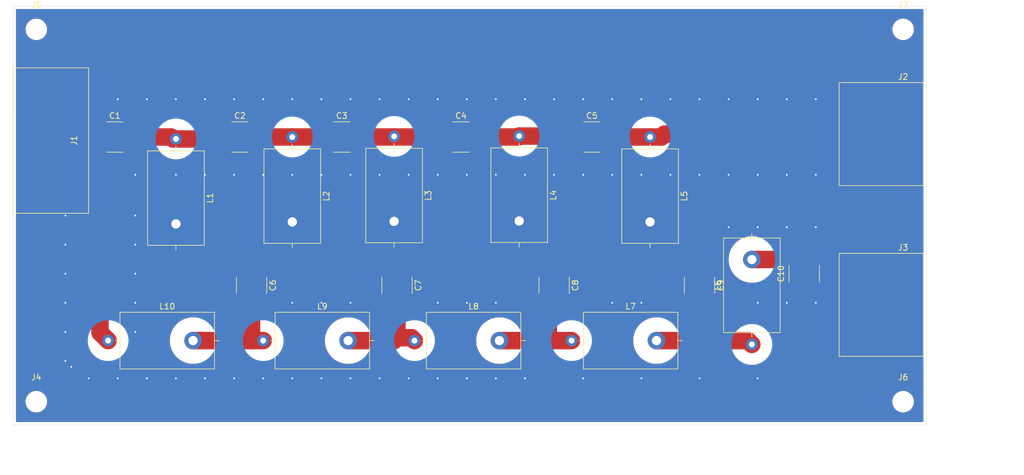
<source format=kicad_pcb>
(kicad_pcb (version 20240108) (generator "pcbnew") (generator_version "8.0")
  (layers (0 "F.Cu" signal) (31 "B.Cu" signal) (34 "B.Paste" user) (35 "F.Paste" user) (36 "B.SilkS" user "B.Silkscreen") (37 "F.SilkS" user "F.Silkscreen") (38 "B.Mask" user) (39 "F.Mask" user) (44 "Edge.Cuts" user))
  (net 0 "")
  (net 1 "Net-(C1-Pad2)")
  (net 2 "Net-(J1-Ext)")
  (net 3 "Net-(C2-Pad2)")
  (net 4 "Net-(C3-Pad2)")
  (net 5 "Net-(C4-Pad2)")
  (net 6 "Net-(J2-In)")
  (net 7 "GND")
  (net 8 "Net-(C6-Pad2)")
  (net 9 "Net-(C7-Pad2)")
  (net 10 "Net-(C8-Pad2)")
  (net 11 "Net-(C9-Pad2)")
  (net 12 "Net-(J3-In)")
  (footprint "sparkfun-electromech:L_Axial_L14.6-hand" (layer "F.Cu") (at 48.34 86.5)
    (property "Reference" "L10" (at 10.16 -5.87 0) (layer "F.SilkS"))
    (property "Value" "160nH")
    (fp_line (start 1.24 0) (end 2.04 0) (stroke (width 0.12)) (layer "F.SilkS"))
    (fp_line (start 2.04 -4.87) (end 2.04 4.87) (stroke (width 0.12)) (layer "F.SilkS"))
    (fp_line (start 2.04 4.87) (end 18.28 4.87) (stroke (width 0.12)) (layer "F.SilkS"))
    (fp_line (start 18.28 -4.87) (end 2.04 -4.87) (stroke (width 0.12)) (layer "F.SilkS"))
    (fp_line (start 18.28 4.87) (end 18.28 -4.87) (stroke (width 0.12)) (layer "F.SilkS"))
    (fp_line (start 19.08 0) (end 18.28 0) (stroke (width 0.12)) (layer "F.SilkS"))
    (pad "1" thru_hole circle (at 0 0) (size 2 2) (drill 1) (layers "*.Cu" "*.Mask") (net 2 "Net-(J1-Ext)"))
    (pad "2" thru_hole circle (at 14.6 0) (size 3 3) (drill 1.6) (layers "*.Cu" "*.Mask") (net 8 "Net-(C6-Pad2)"))
  )
  (footprint "Capacitor_SMD:C_2220_5750Metric" (layer "F.Cu") (at 73 77 -90)
    (property "Reference" "C6" (at 0 -3.65 90) (layer "F.SilkS"))
    (property "Value" "91pF")
    (fp_line (start -1.415748 2.61) (end 1.415748 2.61) (stroke (width 0.12)) (layer "F.SilkS"))
    (fp_line (start -1.415748 -2.61) (end 1.415748 -2.61) (stroke (width 0.12)) (layer "F.SilkS"))
    (pad "1" smd roundrect (at -2.55 0 270) (size 1.8 5.4) (layers "F.Cu" "F.Paste" "F.Mask") (roundrect_rratio 0.138889) (net 7 "GND"))
    (pad "2" smd roundrect (at 2.55 0 270) (size 1.8 5.4) (layers "F.Cu" "F.Paste" "F.Mask") (roundrect_rratio 0.138889) (net 8 "Net-(C6-Pad2)"))
  )
  (footprint "Capacitor_SMD:C_2220_5750Metric" (layer "F.Cu") (at 109 51.5)
    (property "Reference" "C4" (at 0 -3.65 0) (layer "F.SilkS"))
    (property "Value" "24pF")
    (fp_line (start -1.415748 -2.61) (end 1.415748 -2.61) (stroke (width 0.12)) (layer "F.SilkS"))
    (fp_line (start -1.415748 2.61) (end 1.415748 2.61) (stroke (width 0.12)) (layer "F.SilkS"))
    (pad "1" smd roundrect (at -2.55 0) (size 1.8 5.4) (layers "F.Cu" "F.Paste" "F.Mask") (roundrect_rratio 0.138889) (net 4 "Net-(C3-Pad2)"))
    (pad "2" smd roundrect (at 2.55 0) (size 1.8 5.4) (layers "F.Cu" "F.Paste" "F.Mask") (roundrect_rratio 0.138889) (net 5 "Net-(C4-Pad2)"))
  )
  (footprint "MountingHole:MountingHole_3.2mm_M3" (layer "F.Cu") (at 36 33)
    (property "Reference" "J5" (at 0 -4.2 0) (layer "F.SilkS"))
    (property "Value" "Conn_01x01_Pin")
    (pad "" np_thru_hole circle (at 0 0) (size 3.2 3.2) (drill 3.2) (layers "*.Cu" "*.Mask"))
  )
  (footprint "sparkfun-electromech:L_Axial_L14.6-hand" (layer "F.Cu") (at 80 51.5 -90)
    (property "Reference" "L2" (at 10.16 -5.87 90) (layer "F.SilkS"))
    (property "Value" "62nH")
    (fp_line (start 2.04 4.87) (end 18.28 4.87) (stroke (width 0.12)) (layer "F.SilkS"))
    (fp_line (start 18.28 4.87) (end 18.28 -4.87) (stroke (width 0.12)) (layer "F.SilkS"))
    (fp_line (start 1.24 0) (end 2.04 0) (stroke (width 0.12)) (layer "F.SilkS"))
    (fp_line (start 19.08 0) (end 18.28 0) (stroke (width 0.12)) (layer "F.SilkS"))
    (fp_line (start 2.04 -4.87) (end 2.04 4.87) (stroke (width 0.12)) (layer "F.SilkS"))
    (fp_line (start 18.28 -4.87) (end 2.04 -4.87) (stroke (width 0.12)) (layer "F.SilkS"))
    (pad "1" thru_hole circle (at 0 0 270) (size 2 2) (drill 1) (layers "*.Cu" "*.Mask") (net 3 "Net-(C2-Pad2)"))
    (pad "2" thru_hole circle (at 14.6 0 270) (size 3 3) (drill 1.6) (layers "*.Cu" "*.Mask") (net 7 "GND"))
  )
  (footprint "sparkfun-electromech:N-conn slanted" (layer "F.Cu") (at 185 80.35 -90)
    (property "Reference" "J3" (at -9.85 0 0) (layer "F.SilkS"))
    (property "Value" "Conn_Coaxial")
    (fp_line (start -8.85 11) (end -8.85 -3.5) (stroke (width 0.12)) (layer "F.SilkS"))
    (fp_line (start 8.85 11) (end -8.85 11) (stroke (width 0.12)) (layer "F.SilkS"))
    (fp_line (start -8.85 -3.5) (end 8.85 -3.5) (stroke (width 0.12)) (layer "F.SilkS"))
    (fp_line (start 8.85 -3.5) (end 8.85 11) (stroke (width 0.12)) (layer "F.SilkS"))
    (pad "1" smd rect (at 0 9 270) (size 4 4) (layers "F.Cu" "F.Paste" "F.Mask") (net 12 "Net-(J3-In)"))
    (pad "2" smd rect (at -6.35 0 270) (size 4 4) (layers "F.Cu" "F.Paste" "F.Mask") (net 7 "GND"))
    (pad "3" smd rect (at 6.35 0 270) (size 4 4) (layers "F.Cu" "F.Paste" "F.Mask"))
  )
  (footprint "sparkfun-electromech:L_Axial_L14.6-hand" (layer "F.Cu") (at 119 51.34 -90)
    (property "Reference" "L4" (at 10.16 -5.87 90) (layer "F.SilkS"))
    (property "Value" "56nH")
    (fp_line (start 2.04 4.87) (end 18.28 4.87) (stroke (width 0.12)) (layer "F.SilkS"))
    (fp_line (start 18.28 4.87) (end 18.28 -4.87) (stroke (width 0.12)) (layer "F.SilkS"))
    (fp_line (start 1.24 0) (end 2.04 0) (stroke (width 0.12)) (layer "F.SilkS"))
    (fp_line (start 19.08 0) (end 18.28 0) (stroke (width 0.12)) (layer "F.SilkS"))
    (fp_line (start 2.04 -4.87) (end 2.04 4.87) (stroke (width 0.12)) (layer "F.SilkS"))
    (fp_line (start 18.28 -4.87) (end 2.04 -4.87) (stroke (width 0.12)) (layer "F.SilkS"))
    (pad "1" thru_hole circle (at 0 0 270) (size 2 2) (drill 1) (layers "*.Cu" "*.Mask") (net 5 "Net-(C4-Pad2)"))
    (pad "2" thru_hole circle (at 14.6 0 270) (size 3 3) (drill 1.6) (layers "*.Cu" "*.Mask") (net 7 "GND"))
  )
  (footprint "sparkfun-electromech:N-conn slanted" (layer "F.Cu") (at 185 51 -90)
    (property "Reference" "J2" (at -9.85 0 360) (layer "F.SilkS"))
    (property "Value" "Conn_Coaxial")
    (fp_line (start -8.85 11) (end -8.85 -3.5) (stroke (width 0.12)) (layer "F.SilkS"))
    (fp_line (start 8.85 11) (end -8.85 11) (stroke (width 0.12)) (layer "F.SilkS"))
    (fp_line (start -8.85 -3.5) (end 8.85 -3.5) (stroke (width 0.12)) (layer "F.SilkS"))
    (fp_line (start 8.85 -3.5) (end 8.85 11) (stroke (width 0.12)) (layer "F.SilkS"))
    (pad "1" smd rect (at 0 9 270) (size 4 4) (layers "F.Cu" "F.Paste" "F.Mask") (net 6 "Net-(J2-In)"))
    (pad "2" smd rect (at -6.35 0 270) (size 4 4) (layers "F.Cu" "F.Paste" "F.Mask") (net 7 "GND"))
    (pad "3" smd rect (at 6.35 0 270) (size 4 4) (layers "F.Cu" "F.Paste" "F.Mask"))
  )
  (footprint "sparkfun-electromech:L_Axial_L14.6-hand" (layer "F.Cu") (at 159 87.16 90)
    (property "Reference" "L6" (at 10.16 -5.87 90) (layer "F.SilkS"))
    (property "Value" "220nH")
    (fp_line (start 18.28 -4.87) (end 2.04 -4.87) (stroke (width 0.12)) (layer "F.SilkS"))
    (fp_line (start 2.04 -4.87) (end 2.04 4.87) (stroke (width 0.12)) (layer "F.SilkS"))
    (fp_line (start 19.08 0) (end 18.28 0) (stroke (width 0.12)) (layer "F.SilkS"))
    (fp_line (start 1.24 0) (end 2.04 0) (stroke (width 0.12)) (layer "F.SilkS"))
    (fp_line (start 18.28 4.87) (end 18.28 -4.87) (stroke (width 0.12)) (layer "F.SilkS"))
    (fp_line (start 2.04 4.87) (end 18.28 4.87) (stroke (width 0.12)) (layer "F.SilkS"))
    (pad "1" thru_hole circle (at 0 0 90) (size 2 2) (drill 1) (layers "*.Cu" "*.Mask") (net 11 "Net-(C9-Pad2)"))
    (pad "2" thru_hole circle (at 14.6 0 90) (size 3 3) (drill 1.6) (layers "*.Cu" "*.Mask") (net 12 "Net-(J3-In)"))
  )
  (footprint "MountingHole:MountingHole_3.2mm_M3" (layer "F.Cu") (at 185 33)
    (property "Reference" "J7" (at 0 -4.2 0) (layer "F.SilkS"))
    (property "Value" "Conn_01x01_Pin")
    (pad "" np_thru_hole circle (at 0 0) (size 3.2 3.2) (drill 3.2) (layers "*.Cu" "*.Mask"))
  )
  (footprint "sparkfun-electromech:L_Axial_L14.6-hand" (layer "F.Cu") (at 128 86.5)
    (property "Reference" "L7" (at 10.16 -5.87 0) (layer "F.SilkS"))
    (property "Value" "270nH")
    (fp_line (start 1.24 0) (end 2.04 0) (stroke (width 0.12)) (layer "F.SilkS"))
    (fp_line (start 2.04 -4.87) (end 2.04 4.87) (stroke (width 0.12)) (layer "F.SilkS"))
    (fp_line (start 2.04 4.87) (end 18.28 4.87) (stroke (width 0.12)) (layer "F.SilkS"))
    (fp_line (start 18.28 -4.87) (end 2.04 -4.87) (stroke (width 0.12)) (layer "F.SilkS"))
    (fp_line (start 18.28 4.87) (end 18.28 -4.87) (stroke (width 0.12)) (layer "F.SilkS"))
    (fp_line (start 19.08 0) (end 18.28 0) (stroke (width 0.12)) (layer "F.SilkS"))
    (pad "1" thru_hole circle (at 0 0) (size 2 2) (drill 1) (layers "*.Cu" "*.Mask") (net 10 "Net-(C8-Pad2)"))
    (pad "2" thru_hole circle (at 14.6 0) (size 3 3) (drill 1.6) (layers "*.Cu" "*.Mask") (net 11 "Net-(C9-Pad2)"))
  )
  (footprint "Capacitor_SMD:C_2220_5750Metric" (layer "F.Cu") (at 49.5 51.5)
    (property "Reference" "C1" (at 0 -3.65 0) (layer "F.SilkS"))
    (property "Value" "43pF")
    (fp_line (start -1.415748 -2.61) (end 1.415748 -2.61) (stroke (width 0.12)) (layer "F.SilkS"))
    (fp_line (start -1.415748 2.61) (end 1.415748 2.61) (stroke (width 0.12)) (layer "F.SilkS"))
    (pad "1" smd roundrect (at -2.55 0) (size 1.8 5.4) (layers "F.Cu" "F.Paste" "F.Mask") (roundrect_rratio 0.138889) (net 2 "Net-(J1-Ext)"))
    (pad "2" smd roundrect (at 2.55 0) (size 1.8 5.4) (layers "F.Cu" "F.Paste" "F.Mask") (roundrect_rratio 0.138889) (net 1 "Net-(C1-Pad2)"))
  )
  (footprint "Capacitor_SMD:C_2220_5750Metric" (layer "F.Cu") (at 98 77 -90)
    (property "Reference" "C7" (at 0 -3.65 90) (layer "F.SilkS"))
    (property "Value" "110pF")
    (fp_line (start -1.415748 2.61) (end 1.415748 2.61) (stroke (width 0.12)) (layer "F.SilkS"))
    (fp_line (start -1.415748 -2.61) (end 1.415748 -2.61) (stroke (width 0.12)) (layer "F.SilkS"))
    (pad "1" smd roundrect (at -2.55 0 270) (size 1.8 5.4) (layers "F.Cu" "F.Paste" "F.Mask") (roundrect_rratio 0.138889) (net 7 "GND"))
    (pad "2" smd roundrect (at 2.55 0 270) (size 1.8 5.4) (layers "F.Cu" "F.Paste" "F.Mask") (roundrect_rratio 0.138889) (net 9 "Net-(C7-Pad2)"))
  )
  (footprint "sparkfun-electromech:L_Axial_L14.6-hand" (layer "F.Cu") (at 75 86.5)
    (property "Reference" "L9" (at 10.16 -5.87 0) (layer "F.SilkS"))
    (property "Value" "270nH")
    (fp_line (start 1.24 0) (end 2.04 0) (stroke (width 0.12)) (layer "F.SilkS"))
    (fp_line (start 2.04 -4.87) (end 2.04 4.87) (stroke (width 0.12)) (layer "F.SilkS"))
    (fp_line (start 2.04 4.87) (end 18.28 4.87) (stroke (width 0.12)) (layer "F.SilkS"))
    (fp_line (start 18.28 -4.87) (end 2.04 -4.87) (stroke (width 0.12)) (layer "F.SilkS"))
    (fp_line (start 18.28 4.87) (end 18.28 -4.87) (stroke (width 0.12)) (layer "F.SilkS"))
    (fp_line (start 19.08 0) (end 18.28 0) (stroke (width 0.12)) (layer "F.SilkS"))
    (pad "1" thru_hole circle (at 0 0) (size 2 2) (drill 1) (layers "*.Cu" "*.Mask") (net 8 "Net-(C6-Pad2)"))
    (pad "2" thru_hole circle (at 14.6 0) (size 3 3) (drill 1.6) (layers "*.Cu" "*.Mask") (net 9 "Net-(C7-Pad2)"))
  )
  (footprint "sparkfun-electromech:L_Axial_L14.6-hand" (layer "F.Cu") (at 101 86.5)
    (property "Reference" "L8" (at 10.16 -5.87 0) (layer "F.SilkS"))
    (property "Value" "270nH")
    (fp_line (start 1.24 0) (end 2.04 0) (stroke (width 0.12)) (layer "F.SilkS"))
    (fp_line (start 2.04 -4.87) (end 2.04 4.87) (stroke (width 0.12)) (layer "F.SilkS"))
    (fp_line (start 2.04 4.87) (end 18.28 4.87) (stroke (width 0.12)) (layer "F.SilkS"))
    (fp_line (start 18.28 -4.87) (end 2.04 -4.87) (stroke (width 0.12)) (layer "F.SilkS"))
    (fp_line (start 18.28 4.87) (end 18.28 -4.87) (stroke (width 0.12)) (layer "F.SilkS"))
    (fp_line (start 19.08 0) (end 18.28 0) (stroke (width 0.12)) (layer "F.SilkS"))
    (pad "1" thru_hole circle (at 0 0) (size 2 2) (drill 1) (layers "*.Cu" "*.Mask") (net 9 "Net-(C7-Pad2)"))
    (pad "2" thru_hole circle (at 14.6 0) (size 3 3) (drill 1.6) (layers "*.Cu" "*.Mask") (net 10 "Net-(C8-Pad2)"))
  )
  (footprint "sparkfun-electromech:L_Axial_L14.6-hand" (layer "F.Cu") (at 60 51.84 -90)
    (property "Reference" "L1" (at 10.16 -5.87 90) (layer "F.SilkS"))
    (property "Value" "75nH")
    (fp_line (start 2.04 4.87) (end 18.28 4.87) (stroke (width 0.12)) (layer "F.SilkS"))
    (fp_line (start 18.28 4.87) (end 18.28 -4.87) (stroke (width 0.12)) (layer "F.SilkS"))
    (fp_line (start 1.24 0) (end 2.04 0) (stroke (width 0.12)) (layer "F.SilkS"))
    (fp_line (start 19.08 0) (end 18.28 0) (stroke (width 0.12)) (layer "F.SilkS"))
    (fp_line (start 2.04 -4.87) (end 2.04 4.87) (stroke (width 0.12)) (layer "F.SilkS"))
    (fp_line (start 18.28 -4.87) (end 2.04 -4.87) (stroke (width 0.12)) (layer "F.SilkS"))
    (pad "1" thru_hole circle (at 0 0 270) (size 2 2) (drill 1) (layers "*.Cu" "*.Mask") (net 1 "Net-(C1-Pad2)"))
    (pad "2" thru_hole circle (at 14.6 0 270) (size 3 3) (drill 1.6) (layers "*.Cu" "*.Mask") (net 7 "GND"))
  )
  (footprint "sparkfun-electromech:UHF slanted" (layer "F.Cu") (at 37 52.11 -90)
    (property "Reference" "J1" (at 0 -5.5 90) (layer "F.SilkS"))
    (property "Value" "Conn_Coaxial")
    (fp_line (start -12.5 5) (end 12.5 5) (stroke (width 0.12)) (layer "F.SilkS"))
    (fp_line (start 12.5 5) (end 12.5 -8) (stroke (width 0.12)) (layer "F.SilkS"))
    (fp_line (start -12.5 -8) (end -12.5 5) (stroke (width 0.12)) (layer "F.SilkS"))
    (fp_line (start 12.5 -8) (end -12.5 -8) (stroke (width 0.12)) (layer "F.SilkS"))
    (pad "1" smd rect (at -9.11 0 270) (size 5 5) (layers "F.Cu" "F.Paste" "F.Mask") (net 7 "GND"))
    (pad "2" smd rect (at 0 0 270) (size 5 5) (layers "F.Cu" "F.Paste" "F.Mask") (net 2 "Net-(J1-Ext)"))
    (pad "3" smd rect (at 9.1 0 270) (size 5 5) (layers "F.Cu" "F.Paste" "F.Mask"))
  )
  (footprint "Capacitor_SMD:C_2220_5750Metric" (layer "F.Cu") (at 131.5 51.5)
    (property "Reference" "C5" (at 0 -3.65 0) (layer "F.SilkS"))
    (property "Value" "30pF")
    (fp_line (start -1.415748 -2.61) (end 1.415748 -2.61) (stroke (width 0.12)) (layer "F.SilkS"))
    (fp_line (start -1.415748 2.61) (end 1.415748 2.61) (stroke (width 0.12)) (layer "F.SilkS"))
    (pad "1" smd roundrect (at -2.55 0) (size 1.8 5.4) (layers "F.Cu" "F.Paste" "F.Mask") (roundrect_rratio 0.138889) (net 5 "Net-(C4-Pad2)"))
    (pad "2" smd roundrect (at 2.55 0) (size 1.8 5.4) (layers "F.Cu" "F.Paste" "F.Mask") (roundrect_rratio 0.138889) (net 6 "Net-(J2-In)"))
  )
  (footprint "Capacitor_SMD:C_2220_5750Metric" (layer "F.Cu") (at 168 75 90)
    (property "Reference" "C10" (at 0 -4 90) (layer "F.SilkS"))
    (property "Value" "62pF")
    (fp_line (start -1.415748 -2.61) (end 1.415748 -2.61) (stroke (width 0.12)) (layer "F.SilkS"))
    (fp_line (start -1.415748 2.61) (end 1.415748 2.61) (stroke (width 0.12)) (layer "F.SilkS"))
    (pad "1" smd roundrect (at -2.55 0 90) (size 1.8 5.4) (layers "F.Cu" "F.Paste" "F.Mask") (roundrect_rratio 0.138889) (net 7 "GND"))
    (pad "2" smd roundrect (at 2.55 0 90) (size 1.8 5.4) (layers "F.Cu" "F.Paste" "F.Mask") (roundrect_rratio 0.138889) (net 12 "Net-(J3-In)"))
  )
  (footprint "MountingHole:MountingHole_3.2mm_M3" (layer "F.Cu") (at 185 97)
    (property "Reference" "J6" (at 0 -4.2 0) (layer "F.SilkS"))
    (property "Value" "Conn_01x01_Pin")
    (pad "" np_thru_hole circle (at 0 0) (size 3.2 3.2) (drill 3.2) (layers "*.Cu" "*.Mask"))
  )
  (footprint "Capacitor_SMD:C_2220_5750Metric" (layer "F.Cu") (at 71 51.5)
    (property "Reference" "C2" (at 0 -3.65 0) (layer "F.SilkS"))
    (property "Value" "24pF")
    (fp_line (start -1.415748 -2.61) (end 1.415748 -2.61) (stroke (width 0.12)) (layer "F.SilkS"))
    (fp_line (start -1.415748 2.61) (end 1.415748 2.61) (stroke (width 0.12)) (layer "F.SilkS"))
    (pad "1" smd roundrect (at -2.55 0) (size 1.8 5.4) (layers "F.Cu" "F.Paste" "F.Mask") (roundrect_rratio 0.138889) (net 1 "Net-(C1-Pad2)"))
    (pad "2" smd roundrect (at 2.55 0) (size 1.8 5.4) (layers "F.Cu" "F.Paste" "F.Mask") (roundrect_rratio 0.138889) (net 3 "Net-(C2-Pad2)"))
  )
  (footprint "Capacitor_SMD:C_2220_5750Metric" (layer "F.Cu") (at 125 77 -90)
    (property "Reference" "C8" (at 0 -3.65 90) (layer "F.SilkS"))
    (property "Value" "110ppF")
    (fp_line (start -1.415748 2.61) (end 1.415748 2.61) (stroke (width 0.12)) (layer "F.SilkS"))
    (fp_line (start -1.415748 -2.61) (end 1.415748 -2.61) (stroke (width 0.12)) (layer "F.SilkS"))
    (pad "1" smd roundrect (at -2.55 0 270) (size 1.8 5.4) (layers "F.Cu" "F.Paste" "F.Mask") (roundrect_rratio 0.138889) (net 7 "GND"))
    (pad "2" smd roundrect (at 2.55 0 270) (size 1.8 5.4) (layers "F.Cu" "F.Paste" "F.Mask") (roundrect_rratio 0.138889) (net 10 "Net-(C8-Pad2)"))
  )
  (footprint "Capacitor_SMD:C_2220_5750Metric" (layer "F.Cu") (at 150 77 -90)
    (property "Reference" "C9" (at 0 -3.65 90) (layer "F.SilkS"))
    (property "Value" "110pF")
    (fp_line (start -1.415748 2.61) (end 1.415748 2.61) (stroke (width 0.12)) (layer "F.SilkS"))
    (fp_line (start -1.415748 -2.61) (end 1.415748 -2.61) (stroke (width 0.12)) (layer "F.SilkS"))
    (pad "1" smd roundrect (at -2.55 0 270) (size 1.8 5.4) (layers "F.Cu" "F.Paste" "F.Mask") (roundrect_rratio 0.138889) (net 7 "GND"))
    (pad "2" smd roundrect (at 2.55 0 270) (size 1.8 5.4) (layers "F.Cu" "F.Paste" "F.Mask") (roundrect_rratio 0.138889) (net 11 "Net-(C9-Pad2)"))
  )
  (footprint "sparkfun-electromech:L_Axial_L14.6-hand" (layer "F.Cu") (at 141.5 51.5 -90)
    (property "Reference" "L5" (at 10.16 -5.87 90) (layer "F.SilkS"))
    (property "Value" "100nH")
    (fp_line (start 2.04 4.87) (end 18.28 4.87) (stroke (width 0.12)) (layer "F.SilkS"))
    (fp_line (start 18.28 4.87) (end 18.28 -4.87) (stroke (width 0.12)) (layer "F.SilkS"))
    (fp_line (start 1.24 0) (end 2.04 0) (stroke (width 0.12)) (layer "F.SilkS"))
    (fp_line (start 19.08 0) (end 18.28 0) (stroke (width 0.12)) (layer "F.SilkS"))
    (fp_line (start 2.04 -4.87) (end 2.04 4.87) (stroke (width 0.12)) (layer "F.SilkS"))
    (fp_line (start 18.28 -4.87) (end 2.04 -4.87) (stroke (width 0.12)) (layer "F.SilkS"))
    (pad "1" thru_hole circle (at 0 0 270) (size 2 2) (drill 1) (layers "*.Cu" "*.Mask") (net 6 "Net-(J2-In)"))
    (pad "2" thru_hole circle (at 14.6 0 270) (size 3 3) (drill 1.6) (layers "*.Cu" "*.Mask") (net 7 "GND"))
  )
  (footprint "sparkfun-electromech:L_Axial_L14.6-hand" (layer "F.Cu") (at 97.5 51.4 -90)
    (property "Reference" "L3" (at 10.16 -5.87 90) (layer "F.SilkS"))
    (property "Value" "62nH")
    (fp_line (start 2.04 4.87) (end 18.28 4.87) (stroke (width 0.12)) (layer "F.SilkS"))
    (fp_line (start 18.28 4.87) (end 18.28 -4.87) (stroke (width 0.12)) (layer "F.SilkS"))
    (fp_line (start 1.24 0) (end 2.04 0) (stroke (width 0.12)) (layer "F.SilkS"))
    (fp_line (start 19.08 0) (end 18.28 0) (stroke (width 0.12)) (layer "F.SilkS"))
    (fp_line (start 2.04 -4.87) (end 2.04 4.87) (stroke (width 0.12)) (layer "F.SilkS"))
    (fp_line (start 18.28 -4.87) (end 2.04 -4.87) (stroke (width 0.12)) (layer "F.SilkS"))
    (pad "1" thru_hole circle (at 0 0 270) (size 2 2) (drill 1) (layers "*.Cu" "*.Mask") (net 4 "Net-(C3-Pad2)"))
    (pad "2" thru_hole circle (at 14.6 0 270) (size 3 3) (drill 1.6) (layers "*.Cu" "*.Mask") (net 7 "GND"))
  )
  (footprint "Capacitor_SMD:C_2220_5750Metric" (layer "F.Cu") (at 88.5 51.5)
    (property "Reference" "C3" (at 0 -3.65 0) (layer "F.SilkS"))
    (property "Value" "24F")
    (fp_line (start -1.415748 -2.61) (end 1.415748 -2.61) (stroke (width 0.12)) (layer "F.SilkS"))
    (fp_line (start -1.415748 2.61) (end 1.415748 2.61) (stroke (width 0.12)) (layer "F.SilkS"))
    (pad "1" smd roundrect (at -2.55 0) (size 1.8 5.4) (layers "F.Cu" "F.Paste" "F.Mask") (roundrect_rratio 0.138889) (net 3 "Net-(C2-Pad2)"))
    (pad "2" smd roundrect (at 2.55 0) (size 1.8 5.4) (layers "F.Cu" "F.Paste" "F.Mask") (roundrect_rratio 0.138889) (net 4 "Net-(C3-Pad2)"))
  )
  (footprint "MountingHole:MountingHole_3.2mm_M3" (layer "F.Cu") (at 36 97)
    (property "Reference" "J4" (at 0 -4.2 0) (layer "F.SilkS"))
    (property "Value" "Conn_01x01_Pin")
    (pad "" np_thru_hole circle (at 0 0) (size 3.2 3.2) (drill 3.2) (layers "*.Cu" "*.Mask"))
  )
  (gr_rect (start 32 29) (end 189 101) (stroke (width 0.05)) (fill none) (layer "Edge.Cuts"))
  (segment (start 52.05 51.5) (end 59.16 51.5) (width 3) (layer "F.Cu") (net 1))
  (segment (start 68.11 51.84) (end 68.45 51.5) (width 3) (layer "F.Cu") (net 1))
  (segment (start 59.16 51.5) (end 59.5 51.84) (width 3) (layer "F.Cu") (net 1))
  (segment (start 59.5 51.84) (end 68.11 51.84) (width 3) (layer "F.Cu") (net 1))
  (segment (start 37.61 51.5) (end 46.95 51.5) (width 3) (layer "F.Cu") (net 2))
  (segment (start 46.95 51.5) (end 46.95 85.11) (width 3) (layer "F.Cu") (net 2))
  (segment (start 37 52.11) (end 37.61 51.5) (width 3) (layer "F.Cu") (net 2))
  (segment (start 46.95 85.11) (end 48.34 86.5) (width 3) (layer "F.Cu") (net 2))
  (segment (start 73.55 51.5) (end 80 51.5) (width 3) (layer "F.Cu") (net 3))
  (segment (start 80 51.5) (end 85.95 51.5) (width 3) (layer "F.Cu") (net 3))
  (segment (start 106.45 51.5) (end 97.5 51.5) (width 3) (layer "F.Cu") (net 4))
  (segment (start 91.05 51.5) (end 97.5 51.5) (width 3) (layer "F.Cu") (net 4))
  (segment (start 111.55 51.5) (end 118.84 51.5) (width 3) (layer "F.Cu") (net 5))
  (segment (start 118.84 51.5) (end 119 51.34) (width 3) (layer "F.Cu") (net 5))
  (segment (start 119 51.34) (end 128.79 51.34) (width 3) (layer "F.Cu") (net 5))
  (segment (start 128.79 51.34) (end 128.95 51.5) (width 3) (layer "F.Cu") (net 5))
  (segment (start 143.5 51.5) (end 144 51) (width 3) (layer "F.Cu") (net 6))
  (segment (start 134.05 51.5) (end 141.5 51.5) (width 3) (layer "F.Cu") (net 6))
  (segment (start 141.5 51.5) (end 143.5 51.5) (width 3) (layer "F.Cu") (net 6))
  (segment (start 144 51) (end 175 51) (width 3) (layer "F.Cu") (net 6))
  (via (at 85 80) (size 0.6) (drill 0.3) (layers "F.Cu" "B.Cu") (net 7))
  (via (at 145 45) (size 0.6) (drill 0.3) (layers "F.Cu" "B.Cu") (net 7))
  (via (at 105 80) (size 0.6) (drill 0.3) (layers "F.Cu" "B.Cu") (net 7))
  (via (at 110 45) (size 0.6) (drill 0.3) (layers "F.Cu" "B.Cu") (net 7))
  (via (at 170 58) (size 0.6) (drill 0.3) (layers "F.Cu" "B.Cu") (net 7))
  (via (at 110 80) (size 0.6) (drill 0.3) (layers "F.Cu" "B.Cu") (net 7))
  (via (at 95 58) (size 0.6) (drill 0.3) (layers "F.Cu" "B.Cu") (net 7))
  (via (at 90 58) (size 0.6) (drill 0.3) (layers "F.Cu" "B.Cu") (net 7))
  (via (at 135 80) (size 0.6) (drill 0.3) (layers "F.Cu" "B.Cu") (net 7))
  (via (at 41 85) (size 0.6) (drill 0.3) (layers "F.Cu" "B.Cu") (net 7))
  (via (at 41 90) (size 0.6) (drill 0.3) (layers "F.Cu" "B.Cu") (net 7))
  (via (at 165 80) (size 0.6) (drill 0.3) (layers "F.Cu" "B.Cu") (net 7))
  (via (at 95 93) (size 0.6) (drill 0.3) (layers "F.Cu" "B.Cu") (net 7))
  (via (at 115 93) (size 0.6) (drill 0.3) (layers "F.Cu" "B.Cu") (net 7))
  (via (at 170 80) (size 0.6) (drill 0.3) (layers "F.Cu" "B.Cu") (net 7))
  (via (at 105 45) (size 0.6) (drill 0.3) (layers "F.Cu" "B.Cu") (net 7))
  (via (at 41 70) (size 0.6) (drill 0.3) (layers "F.Cu" "B.Cu") (net 7))
  (via (at 150 58) (size 0.6) (drill 0.3) (layers "F.Cu" "B.Cu") (net 7))
  (via (at 165 67) (size 0.6) (drill 0.3) (layers "F.Cu" "B.Cu") (net 7))
  (via (at 120 93) (size 0.6) (drill 0.3) (layers "F.Cu" "B.Cu") (net 7))
  (via (at 140 80) (size 0.6) (drill 0.3) (layers "F.Cu" "B.Cu") (net 7))
  (via (at 53 85) (size 0.6) (drill 0.3) (layers "F.Cu" "B.Cu") (net 7))
  (via (at 155 58) (size 0.6) (drill 0.3) (layers "F.Cu" "B.Cu") (net 7))
  (via (at 70 58) (size 0.6) (drill 0.3) (layers "F.Cu" "B.Cu") (net 7))
  (via (at 85 93) (size 0.6) (drill 0.3) (layers "F.Cu" "B.Cu") (net 7))
  (via (at 115 80) (size 0.6) (drill 0.3) (layers "F.Cu" "B.Cu") (net 7))
  (via (at 95 45) (size 0.6) (drill 0.3) (layers "F.Cu" "B.Cu") (net 7))
  (via (at 115 58) (size 0.6) (drill 0.3) (layers "F.Cu" "B.Cu") (net 7))
  (via (at 80 45) (size 0.6) (drill 0.3) (layers "F.Cu" "B.Cu") (net 7))
  (via (at 140 58) (size 0.6) (drill 0.3) (layers "F.Cu" "B.Cu") (net 7))
  (via (at 130 93) (size 0.6) (drill 0.3) (layers "F.Cu" "B.Cu") (net 7))
  (via (at 80 93) (size 0.6) (drill 0.3) (layers "F.Cu" "B.Cu") (net 7))
  (via (at 60 93) (size 0.6) (drill 0.3) (layers "F.Cu" "B.Cu") (net 7))
  (via (at 70 45) (size 0.6) (drill 0.3) (layers "F.Cu" "B.Cu") (net 7))
  (via (at 125 58) (size 0.6) (drill 0.3) (layers "F.Cu" "B.Cu") (net 7))
  (via (at 120 45) (size 0.6) (drill 0.3) (layers "F.Cu" "B.Cu") (net 7))
  (via (at 100 93) (size 0.6) (drill 0.3) (layers "F.Cu" "B.Cu") (net 7))
  (via (at 160 58) (size 0.6) (drill 0.3) (layers "F.Cu" "B.Cu") (net 7))
  (via (at 53 70) (size 0.6) (drill 0.3) (layers "F.Cu" "B.Cu") (net 7))
  (via (at 75 93) (size 0.6) (drill 0.3) (layers "F.Cu" "B.Cu") (net 7))
  (via (at 115 45) (size 0.6) (drill 0.3) (layers "F.Cu" "B.Cu") (net 7))
  (via (at 90 93) (size 0.6) (drill 0.3) (layers "F.Cu" "B.Cu") (net 7))
  (via (at 155 67) (size 0.6) (drill 0.3) (layers "F.Cu" "B.Cu") (net 7))
  (via (at 140 45) (size 0.6) (drill 0.3) (layers "F.Cu" "B.Cu") (net 7))
  (via (at 75 58) (size 0.6) (drill 0.3) (layers "F.Cu" "B.Cu") (net 7))
  (via (at 45 93) (size 0.6) (drill 0.3) (layers "F.Cu" "B.Cu") (net 7))
  (via (at 60 58) (size 0.6) (drill 0.3) (layers "F.Cu" "B.Cu") (net 7))
  (via (at 85 45) (size 0.6) (drill 0.3) (layers "F.Cu" "B.Cu") (net 7))
  (via (at 150 93) (size 0.6) (drill 0.3) (layers "F.Cu" "B.Cu") (net 7))
  (via (at 42 91) (size 0.6) (drill 0.3) (layers "F.Cu" "B.Cu") (net 7))
  (via (at 150 45) (size 0.6) (drill 0.3) (layers "F.Cu" "B.Cu") (net 7))
  (via (at 41 65) (size 0.6) (drill 0.3) (layers "F.Cu" "B.Cu") (net 7))
  (via (at 105 58) (size 0.6) (drill 0.3) (layers "F.Cu" "B.Cu") (net 7))
  (via (at 110 93) (size 0.6) (drill 0.3) (layers "F.Cu" "B.Cu") (net 7))
  (via (at 53 58) (size 0.6) (drill 0.3) (layers "F.Cu" "B.Cu") (net 7))
  (via (at 80 80) (size 0.6) (drill 0.3) (layers "F.Cu" "B.Cu") (net 7))
  (via (at 165 58) (size 0.6) (drill 0.3) (layers "F.Cu" "B.Cu") (net 7))
  (via (at 60 45) (size 0.6) (drill 0.3) (layers "F.Cu" "B.Cu") (net 7))
  (via (at 160 80) (size 0.6) (drill 0.3) (layers "F.Cu" "B.Cu") (net 7))
  (via (at 160 67) (size 0.6) (drill 0.3) (layers "F.Cu" "B.Cu") (net 7))
  (via (at 135 58) (size 0.6) (drill 0.3) (layers "F.Cu" "B.Cu") (net 7))
  (via (at 65 58) (size 0.6) (drill 0.3) (layers "F.Cu" "B.Cu") (net 7))
  (via (at 145 58) (size 0.6) (drill 0.3) (layers "F.Cu" "B.Cu") (net 7))
  (via (at 155 45) (size 0.6) (drill 0.3) (layers "F.Cu" "B.Cu") (net 7))
  (via (at 110 58) (size 0.6) (drill 0.3) (layers "F.Cu" "B.Cu") (net 7))
  (via (at 41 75) (size 0.6) (drill 0.3) (layers "F.Cu" "B.Cu") (net 7))
  (via (at 53 80) (size 0.6) (drill 0.3) (layers "F.Cu" "B.Cu") (net 7))
  (via (at 170 67) (size 0.6) (drill 0.3) (layers "F.Cu" "B.Cu") (net 7))
  (via (at 80 58) (size 0.6) (drill 0.3) (layers "F.Cu" "B.Cu") (net 7))
  (via (at 130 45) (size 0.6) (drill 0.3) (layers "F.Cu" "B.Cu") (net 7))
  (via (at 55 93) (size 0.6) (drill 0.3) (layers "F.Cu" "B.Cu") (net 7))
  (via (at 85 58) (size 0.6) (drill 0.3) (layers "F.Cu" "B.Cu") (net 7))
  (via (at 53 75) (size 0.6) (drill 0.3) (layers "F.Cu" "B.Cu") (net 7))
  (via (at 90 45) (size 0.6) (drill 0.3) (layers "F.Cu" "B.Cu") (net 7))
  (via (at 140 93) (size 0.6) (drill 0.3) (layers "F.Cu" "B.Cu") (net 7))
  (via (at 135 45) (size 0.6) (drill 0.3) (layers "F.Cu" "B.Cu") (net 7))
  (via (at 160 93) (size 0.6) (drill 0.3) (layers "F.Cu" "B.Cu") (net 7))
  (via (at 75 45) (size 0.6) (drill 0.3) (layers "F.Cu" "B.Cu") (net 7))
  (via (at 130 58) (size 0.6) (drill 0.3) (layers "F.Cu" "B.Cu") (net 7))
  (via (at 65 93) (size 0.6) (drill 0.3) (layers "F.Cu" "B.Cu") (net 7))
  (via (at 170 45) (size 0.6) (drill 0.3) (layers "F.Cu" "B.Cu") (net 7))
  (via (at 125 45) (size 0.6) (drill 0.3) (layers "F.Cu" "B.Cu") (net 7))
  (via (at 50 45) (size 0.6) (drill 0.3) (layers "F.Cu" "B.Cu") (net 7))
  (via (at 100 45) (size 0.6) (drill 0.3) (layers "F.Cu" "B.Cu") (net 7))
  (via (at 90 80) (size 0.6) (drill 0.3) (layers "F.Cu" "B.Cu") (net 7))
  (via (at 41 80) (size 0.6) (drill 0.3) (layers "F.Cu" "B.Cu") (net 7))
  (via (at 100 58) (size 0.6) (drill 0.3) (layers "F.Cu" "B.Cu") (net 7))
  (via (at 160 45) (size 0.6) (drill 0.3) (layers "F.Cu" "B.Cu") (net 7))
  (via (at 120 58) (size 0.6) (drill 0.3) (layers "F.Cu" "B.Cu") (net 7))
  (via (at 105 93) (size 0.6) (drill 0.3) (layers "F.Cu" "B.Cu") (net 7))
  (via (at 70 93) (size 0.6) (drill 0.3) (layers "F.Cu" "B.Cu") (net 7))
  (via (at 65 45) (size 0.6) (drill 0.3) (layers "F.Cu" "B.Cu") (net 7))
  (via (at 53 65) (size 0.6) (drill 0.3) (layers "F.Cu" "B.Cu") (net 7))
  (via (at 50 93) (size 0.6) (drill 0.3) (layers "F.Cu" "B.Cu") (net 7))
  (via (at 55 45) (size 0.6) (drill 0.3) (layers "F.Cu" "B.Cu") (net 7))
  (via (at 165 45) (size 0.6) (drill 0.3) (layers "F.Cu" "B.Cu") (net 7))
  (segment (start 73 79.55) (end 73 86.5) (width 3) (layer "F.Cu") (net 8))
  (segment (start 73 86.5) (end 75 86.5) (width 3) (layer "F.Cu") (net 8))
  (segment (start 62.94 86.5) (end 73 86.5) (width 3) (layer "F.Cu") (net 8))
  (segment (start 98 86) (end 100.5 86) (width 3) (layer "F.Cu") (net 9))
  (segment (start 97.5 86.5) (end 98 86) (width 3) (layer "F.Cu") (net 9))
  (segment (start 98 79.55) (end 98 86) (width 3) (layer "F.Cu") (net 9))
  (segment (start 89.6 86.5) (end 97.5 86.5) (width 3) (layer "F.Cu") (net 9))
  (segment (start 100.5 86) (end 101 86.5) (width 3) (layer "F.Cu") (net 9))
  (segment (start 115.6 86.5) (end 124 86.5) (width 3) (layer "F.Cu") (net 10))
  (segment (start 124 86.5) (end 124 80.55) (width 3) (layer "F.Cu") (net 10))
  (segment (start 124 86.5) (end 128 86.5) (width 3) (layer "F.Cu") (net 10))
  (segment (start 124 80.55) (end 125 79.55) (width 3) (layer "F.Cu") (net 10))
  (segment (start 142.6 86.5) (end 152 86.5) (width 3) (layer "F.Cu") (net 11))
  (segment (start 150 79.55) (end 151 80.55) (width 3) (layer "F.Cu") (net 11))
  (segment (start 158.34 86.5) (end 159 87.16) (width 3) (layer "F.Cu") (net 11))
  (segment (start 152 86.5) (end 158.34 86.5) (width 3) (layer "F.Cu") (net 11))
  (segment (start 151 80.55) (end 151 85.5) (width 3) (layer "F.Cu") (net 11))
  (segment (start 151 85.5) (end 152 86.5) (width 3) (layer "F.Cu") (net 11))
  (segment (start 167.89 72.56) (end 168 72.45) (width 3) (layer "F.Cu") (net 12))
  (segment (start 173.55 72.45) (end 176 74.9) (width 3) (layer "F.Cu") (net 12))
  (segment (start 168 72.45) (end 173.55 72.45) (width 3) (layer "F.Cu") (net 12))
  (segment (start 159 72.56) (end 167.89 72.56) (width 3) (layer "F.Cu") (net 12))
  (segment (start 176 74.9) (end 176 80.35) (width 3) (layer "F.Cu") (net 12))
  (zone (net 7) (net_name "GND") (layers "F&B.Cu") (priority 1) (connect_pads yes (clearance 2.5)) (min_thickness 0.25) (fill yes (thermal_gap 0.5) (thermal_bridge_width 0.5) (smoothing fillet))
    (polygon (pts (xy 32 29) (xy 189 29) (xy 189 101) (xy 32 101)))
  )
)
</source>
